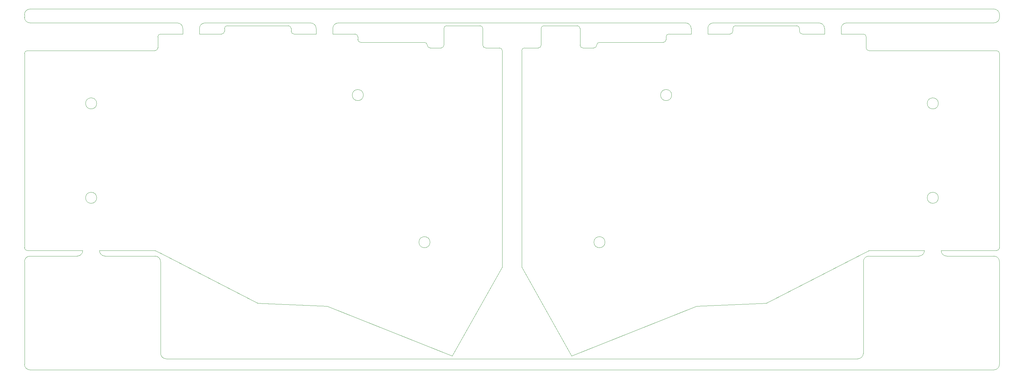
<source format=gbr>
G04 #@! TF.GenerationSoftware,KiCad,Pcbnew,(5.1.4)-1*
G04 #@! TF.CreationDate,2023-05-20T18:36:57-04:00*
G04 #@! TF.ProjectId,Corne Integrated Microchip,436f726e-6520-4496-9e74-656772617465,rev?*
G04 #@! TF.SameCoordinates,Original*
G04 #@! TF.FileFunction,Profile,NP*
%FSLAX46Y46*%
G04 Gerber Fmt 4.6, Leading zero omitted, Abs format (unit mm)*
G04 Created by KiCad (PCBNEW (5.1.4)-1) date 2023-05-20 18:36:57*
%MOMM*%
%LPD*%
G04 APERTURE LIST*
%ADD10C,0.050000*%
G04 APERTURE END LIST*
D10*
X241300000Y-43656250D02*
X247650000Y-43656250D01*
X230187500Y-43656250D02*
X236537500Y-43656250D01*
X203200000Y-43656250D02*
X209550000Y-43656250D01*
X192087500Y-43656250D02*
X198437500Y-43656250D01*
X84931250Y-43656250D02*
X91281250Y-43656250D01*
X96043750Y-43656250D02*
X102393750Y-43656250D01*
X57943750Y-43656250D02*
X64293750Y-43656250D01*
X46831250Y-43656250D02*
X53181250Y-43656250D01*
X51593750Y-40481250D02*
G75*
G02X53181250Y-42068750I0J-1587500D01*
G01*
X53181250Y-43656250D02*
X53181250Y-42068750D01*
X9525000Y-40481250D02*
X51593750Y-40481250D01*
X9525000Y-40481250D02*
G75*
G02X7937500Y-38893750I0J1587500D01*
G01*
X7937500Y-38100000D02*
X7937500Y-38893750D01*
X7937500Y-38100000D02*
G75*
G02X9525000Y-36512500I1587500J0D01*
G01*
X284956250Y-36512500D02*
X9525000Y-36512500D01*
X284956250Y-36512500D02*
G75*
G02X286543750Y-38100000I0J-1587500D01*
G01*
X286543750Y-38893750D02*
X286543750Y-38100000D01*
X286543750Y-38893750D02*
G75*
G02X284956250Y-40481250I-1587500J0D01*
G01*
X242887500Y-40481250D02*
X284956250Y-40481250D01*
X241300000Y-42068750D02*
G75*
G02X242887500Y-40481250I1587500J0D01*
G01*
X241300000Y-43656250D02*
X241300000Y-42068750D01*
X234950000Y-40481250D02*
G75*
G02X236537500Y-42068750I0J-1587500D01*
G01*
X236537500Y-43656250D02*
X236537500Y-42068750D01*
X204787500Y-40481250D02*
X234950000Y-40481250D01*
X196850000Y-40481250D02*
X193675000Y-40481250D01*
X203200000Y-42068750D02*
G75*
G02X204787500Y-40481250I1587500J0D01*
G01*
X196850000Y-40481250D02*
G75*
G02X198437500Y-42068750I0J-1587500D01*
G01*
X203200000Y-43656250D02*
X203200000Y-42068750D01*
X198437500Y-43656250D02*
X198437500Y-42068750D01*
X97631250Y-40481250D02*
X193675000Y-40481250D01*
X96043750Y-42068750D02*
G75*
G02X97631250Y-40481250I1587500J0D01*
G01*
X89693750Y-40481250D02*
X88900000Y-40481250D01*
X89693750Y-40481250D02*
G75*
G02X91281250Y-42068750I0J-1587500D01*
G01*
X96043750Y-43656250D02*
X96043750Y-42068750D01*
X91281250Y-43656250D02*
X91281250Y-42068750D01*
X59531250Y-40481250D02*
X88900000Y-40481250D01*
X57943750Y-42068750D02*
G75*
G02X59531250Y-40481250I1587500J0D01*
G01*
X57943750Y-43656250D02*
X57943750Y-42068750D01*
X269875000Y-105568750D02*
X285750000Y-105568750D01*
X265112500Y-105568750D02*
X249237500Y-105568750D01*
X29368750Y-105568750D02*
X45243750Y-105568750D01*
X24606250Y-105568750D02*
X8731250Y-105568750D01*
X286543750Y-136525000D02*
X286543750Y-138112500D01*
X286543750Y-138112500D02*
G75*
G02X284956250Y-139700000I-1587500J0D01*
G01*
X130175000Y-139700000D02*
X284956250Y-139700000D01*
X286543750Y-108743750D02*
X286543750Y-136525000D01*
X284956250Y-107156250D02*
G75*
G02X286543750Y-108743750I0J-1587500D01*
G01*
X271462500Y-107156250D02*
X284956250Y-107156250D01*
X247650000Y-130175000D02*
X247650000Y-134937500D01*
X247650000Y-134937500D02*
G75*
G02X246062500Y-136525000I-1587500J0D01*
G01*
X135731250Y-136525000D02*
X246062500Y-136525000D01*
X247650000Y-108743750D02*
X247650000Y-130175000D01*
X247650000Y-108743750D02*
G75*
G02X249237500Y-107156250I1587500J0D01*
G01*
X263525000Y-107156250D02*
X249237500Y-107156250D01*
X265112500Y-105568750D02*
G75*
G02X263525000Y-107156250I-1587500J0D01*
G01*
X271462500Y-107156250D02*
G75*
G02X269875000Y-105568750I0J1587500D01*
G01*
X48418750Y-136525000D02*
X135731250Y-136525000D01*
X48418750Y-136525000D02*
G75*
G02X46831250Y-134937500I0J1587500D01*
G01*
X46831250Y-134143750D02*
X46831250Y-134937500D01*
X46831250Y-108743750D02*
X46831250Y-134143750D01*
X9525000Y-139700000D02*
X11906250Y-139700000D01*
X9525000Y-139700000D02*
G75*
G02X7937500Y-138112500I0J1587500D01*
G01*
X7937500Y-108743750D02*
X7937500Y-138112500D01*
X130175000Y-139700000D02*
X11906250Y-139700000D01*
X23018750Y-107156250D02*
X9525000Y-107156250D01*
X7937500Y-108743750D02*
G75*
G02X9525000Y-107156250I1587500J0D01*
G01*
X45243750Y-107156250D02*
G75*
G02X46831250Y-108743750I0J-1587500D01*
G01*
X30956250Y-107156250D02*
X45243750Y-107156250D01*
X30956250Y-107156250D02*
G75*
G02X29368750Y-105568750I0J1587500D01*
G01*
X24606250Y-105568750D02*
G75*
G02X23018750Y-107156250I-1587500J0D01*
G01*
X173831250Y-103187500D02*
G75*
G03X173831250Y-103187500I-1587500J0D01*
G01*
X269081250Y-90487500D02*
G75*
G03X269081250Y-90487500I-1587500J0D01*
G01*
X269081250Y-63500000D02*
G75*
G03X269081250Y-63500000I-1587500J0D01*
G01*
X192881250Y-61118750D02*
G75*
G03X192881250Y-61118750I-1587500J0D01*
G01*
X123825000Y-103187500D02*
G75*
G03X123825000Y-103187500I-1587500J0D01*
G01*
X104775000Y-61118750D02*
G75*
G03X104775000Y-61118750I-1587500J0D01*
G01*
X28575000Y-90487500D02*
G75*
G03X28575000Y-90487500I-1587500J0D01*
G01*
X28575000Y-63500000D02*
G75*
G03X28575000Y-63500000I-1587500J0D01*
G01*
X166687500Y-42068750D02*
X166687500Y-46831250D01*
X156368750Y-41275000D02*
X165893750Y-41275000D01*
X155575000Y-46831250D02*
X155575000Y-42068750D01*
X155575000Y-42068750D02*
G75*
G02X156368750Y-41275000I793750J0D01*
G01*
X155575000Y-46831250D02*
G75*
G02X154781250Y-47625000I-793750J0D01*
G01*
X150812500Y-47625000D02*
X154781250Y-47625000D01*
X150018750Y-48418750D02*
G75*
G02X150812500Y-47625000I793750J0D01*
G01*
X150018750Y-110331250D02*
X150018750Y-48418750D01*
X164306250Y-135731250D02*
X150018750Y-110331250D01*
X200025000Y-121443750D02*
X164306250Y-135731250D01*
X165893750Y-41275000D02*
G75*
G02X166687500Y-42068750I0J-793750D01*
G01*
X167481250Y-47625000D02*
G75*
G02X166687500Y-46831250I0J793750D01*
G01*
X170656250Y-47625000D02*
X167481250Y-47625000D01*
X138906250Y-42068750D02*
X138906250Y-46831250D01*
X127000000Y-47625000D02*
X123825000Y-47625000D01*
X127793750Y-42068750D02*
X127793750Y-46831250D01*
X129381250Y-41275000D02*
X128587500Y-41275000D01*
X138112500Y-41275000D02*
X137318750Y-41275000D01*
X138112500Y-41275000D02*
G75*
G02X138906250Y-42068750I0J-793750D01*
G01*
X127793750Y-42068750D02*
G75*
G02X128587500Y-41275000I793750J0D01*
G01*
X127793750Y-46831250D02*
G75*
G02X127000000Y-47625000I-793750J0D01*
G01*
X139700000Y-47625000D02*
X143668750Y-47625000D01*
X139700000Y-47625000D02*
G75*
G02X138906250Y-46831250I0J793750D01*
G01*
X137318750Y-41275000D02*
X129381250Y-41275000D01*
X286543750Y-49212500D02*
X286543750Y-104775000D01*
X249237500Y-48418750D02*
X285750000Y-48418750D01*
X248443750Y-44450000D02*
X248443750Y-47625000D01*
X229393750Y-42068750D02*
X229393750Y-42862500D01*
X211137500Y-41275000D02*
X228600000Y-41275000D01*
X210343750Y-42862500D02*
X210343750Y-42068750D01*
X191293750Y-44450000D02*
X191293750Y-45243750D01*
X172243750Y-46037500D02*
X190500000Y-46037500D01*
X171450000Y-46831250D02*
G75*
G02X170656250Y-47625000I-793750J0D01*
G01*
X171450000Y-46831250D02*
G75*
G02X172243750Y-46037500I793750J0D01*
G01*
X219868750Y-120650000D02*
X200025000Y-121443750D01*
X249237500Y-105568750D02*
X219868750Y-120650000D01*
X286543750Y-104775000D02*
G75*
G02X285750000Y-105568750I-793750J0D01*
G01*
X285750000Y-48418750D02*
G75*
G02X286543750Y-49212500I0J-793750D01*
G01*
X249237500Y-48418750D02*
G75*
G02X248443750Y-47625000I0J793750D01*
G01*
X247650000Y-43656250D02*
G75*
G02X248443750Y-44450000I0J-793750D01*
G01*
X230187500Y-43656250D02*
G75*
G02X229393750Y-42862500I0J793750D01*
G01*
X228600000Y-41275000D02*
G75*
G02X229393750Y-42068750I0J-793750D01*
G01*
X210343750Y-42068750D02*
G75*
G02X211137500Y-41275000I793750J0D01*
G01*
X210343750Y-42862500D02*
G75*
G02X209550000Y-43656250I-793750J0D01*
G01*
X191293750Y-44450000D02*
G75*
G02X192087500Y-43656250I793750J0D01*
G01*
X191293750Y-45243750D02*
G75*
G02X190500000Y-46037500I-793750J0D01*
G01*
X144462500Y-48418750D02*
X144462500Y-54768750D01*
X143668750Y-47625000D02*
G75*
G02X144462500Y-48418750I0J-793750D01*
G01*
X123825000Y-47625000D02*
G75*
G02X123031250Y-46831250I0J793750D01*
G01*
X122237500Y-46037500D02*
G75*
G02X123031250Y-46831250I0J-793750D01*
G01*
X144462500Y-110331250D02*
X144462500Y-54768750D01*
X130175000Y-135731250D02*
X144462500Y-110331250D01*
X94456250Y-121443750D02*
X130175000Y-135731250D01*
X103981250Y-46037500D02*
X122237500Y-46037500D01*
X103187500Y-44450000D02*
X103187500Y-45243750D01*
X84137500Y-42068750D02*
X84137500Y-42862500D01*
X65881250Y-41275000D02*
X83343750Y-41275000D01*
X65087500Y-42068750D02*
X65087500Y-42862500D01*
X46037500Y-47625000D02*
X46037500Y-44450000D01*
X8731250Y-48418750D02*
X45243750Y-48418750D01*
X7937500Y-104775000D02*
X7937500Y-49212500D01*
X46831250Y-106362500D02*
X45243750Y-105568750D01*
X74612500Y-120650000D02*
X94456250Y-121443750D01*
X46831250Y-106362500D02*
X74612500Y-120650000D01*
X8731250Y-105568750D02*
G75*
G02X7937500Y-104775000I0J793750D01*
G01*
X7937500Y-49212500D02*
G75*
G02X8731250Y-48418750I793750J0D01*
G01*
X46037500Y-47625000D02*
G75*
G02X45243750Y-48418750I-793750J0D01*
G01*
X46037500Y-44450000D02*
G75*
G02X46831250Y-43656250I793750J0D01*
G01*
X65087500Y-42862500D02*
G75*
G02X64293750Y-43656250I-793750J0D01*
G01*
X65087500Y-42068750D02*
G75*
G02X65881250Y-41275000I793750J0D01*
G01*
X83343750Y-41275000D02*
G75*
G02X84137500Y-42068750I0J-793750D01*
G01*
X84931250Y-43656250D02*
G75*
G02X84137500Y-42862500I0J793750D01*
G01*
X102393750Y-43656250D02*
G75*
G02X103187500Y-44450000I0J-793750D01*
G01*
X103981250Y-46037500D02*
G75*
G02X103187500Y-45243750I0J793750D01*
G01*
M02*

</source>
